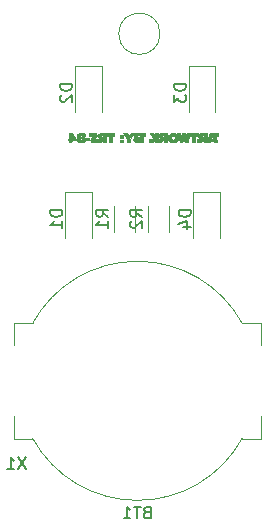
<source format=gbr>
G04 #@! TF.GenerationSoftware,KiCad,Pcbnew,(5.1.2)-1*
G04 #@! TF.CreationDate,2019-09-13T22:49:14-05:00*
G04 #@! TF.ProjectId,keanu-homeboy,6b65616e-752d-4686-9f6d-65626f792e6b,rev?*
G04 #@! TF.SameCoordinates,Original*
G04 #@! TF.FileFunction,Legend,Bot*
G04 #@! TF.FilePolarity,Positive*
%FSLAX46Y46*%
G04 Gerber Fmt 4.6, Leading zero omitted, Abs format (unit mm)*
G04 Created by KiCad (PCBNEW (5.1.2)-1) date 2019-09-13 22:49:14*
%MOMM*%
%LPD*%
G04 APERTURE LIST*
%ADD10C,0.120000*%
%ADD11C,0.010000*%
%ADD12C,0.150000*%
G04 APERTURE END LIST*
D10*
X-2905820Y27063700D02*
G75*
G03X-2905820Y27063700I-1750000J0D01*
G01*
D11*
G36*
X-9601200Y18649786D02*
G01*
X-9535241Y18649140D01*
X-9487698Y18646654D01*
X-9451600Y18641241D01*
X-9419974Y18631815D01*
X-9385848Y18617291D01*
X-9382459Y18615716D01*
X-9321242Y18579421D01*
X-9284081Y18539681D01*
X-9262043Y18481713D01*
X-9261143Y18420872D01*
X-9279709Y18363556D01*
X-9316066Y18316162D01*
X-9348437Y18293711D01*
X-9388897Y18272789D01*
X-9339474Y18245278D01*
X-9290018Y18204796D01*
X-9258538Y18151800D01*
X-9246582Y18092234D01*
X-9255697Y18032040D01*
X-9274175Y17994604D01*
X-9306699Y17959916D01*
X-9354744Y17926252D01*
X-9374446Y17915587D01*
X-9415652Y17897130D01*
X-9455335Y17885466D01*
X-9502512Y17878667D01*
X-9564946Y17874857D01*
X-9624711Y17873904D01*
X-9681531Y17875563D01*
X-9725974Y17879476D01*
X-9737507Y17881446D01*
X-9823345Y17908207D01*
X-9888185Y17947118D01*
X-9931303Y17997549D01*
X-9951974Y18058874D01*
X-9953039Y18068332D01*
X-9950412Y18106648D01*
X-9683536Y18106648D01*
X-9670974Y18068222D01*
X-9642493Y18039585D01*
X-9638415Y18037363D01*
X-9603649Y18023602D01*
X-9577136Y18026443D01*
X-9550243Y18044274D01*
X-9525846Y18077503D01*
X-9518159Y18118519D01*
X-9525240Y18160451D01*
X-9545147Y18196429D01*
X-9575937Y18219582D01*
X-9601200Y18224500D01*
X-9639012Y18213791D01*
X-9666225Y18186120D01*
X-9681510Y18148177D01*
X-9683536Y18106648D01*
X-9950412Y18106648D01*
X-9948330Y18136991D01*
X-9921567Y18193422D01*
X-9873312Y18236572D01*
X-9858950Y18244653D01*
X-9807429Y18271156D01*
X-9851346Y18294806D01*
X-9898567Y18333903D01*
X-9927190Y18388793D01*
X-9933882Y18435737D01*
X-9677180Y18435737D01*
X-9671295Y18396579D01*
X-9651647Y18364712D01*
X-9622501Y18344446D01*
X-9588120Y18340090D01*
X-9552770Y18355956D01*
X-9548226Y18359819D01*
X-9528685Y18392157D01*
X-9524117Y18433056D01*
X-9533984Y18472201D01*
X-9555406Y18497837D01*
X-9593036Y18510565D01*
X-9631478Y18505535D01*
X-9660753Y18484565D01*
X-9665035Y18477875D01*
X-9677180Y18435737D01*
X-9933882Y18435737D01*
X-9935568Y18447558D01*
X-9925345Y18510001D01*
X-9893630Y18561502D01*
X-9839116Y18603914D01*
X-9817200Y18615596D01*
X-9784207Y18630720D01*
X-9754372Y18640625D01*
X-9720890Y18646386D01*
X-9676958Y18649082D01*
X-9615771Y18649788D01*
X-9601200Y18649786D01*
X-9601200Y18649786D01*
G37*
X-9601200Y18649786D02*
X-9535241Y18649140D01*
X-9487698Y18646654D01*
X-9451600Y18641241D01*
X-9419974Y18631815D01*
X-9385848Y18617291D01*
X-9382459Y18615716D01*
X-9321242Y18579421D01*
X-9284081Y18539681D01*
X-9262043Y18481713D01*
X-9261143Y18420872D01*
X-9279709Y18363556D01*
X-9316066Y18316162D01*
X-9348437Y18293711D01*
X-9388897Y18272789D01*
X-9339474Y18245278D01*
X-9290018Y18204796D01*
X-9258538Y18151800D01*
X-9246582Y18092234D01*
X-9255697Y18032040D01*
X-9274175Y17994604D01*
X-9306699Y17959916D01*
X-9354744Y17926252D01*
X-9374446Y17915587D01*
X-9415652Y17897130D01*
X-9455335Y17885466D01*
X-9502512Y17878667D01*
X-9564946Y17874857D01*
X-9624711Y17873904D01*
X-9681531Y17875563D01*
X-9725974Y17879476D01*
X-9737507Y17881446D01*
X-9823345Y17908207D01*
X-9888185Y17947118D01*
X-9931303Y17997549D01*
X-9951974Y18058874D01*
X-9953039Y18068332D01*
X-9950412Y18106648D01*
X-9683536Y18106648D01*
X-9670974Y18068222D01*
X-9642493Y18039585D01*
X-9638415Y18037363D01*
X-9603649Y18023602D01*
X-9577136Y18026443D01*
X-9550243Y18044274D01*
X-9525846Y18077503D01*
X-9518159Y18118519D01*
X-9525240Y18160451D01*
X-9545147Y18196429D01*
X-9575937Y18219582D01*
X-9601200Y18224500D01*
X-9639012Y18213791D01*
X-9666225Y18186120D01*
X-9681510Y18148177D01*
X-9683536Y18106648D01*
X-9950412Y18106648D01*
X-9948330Y18136991D01*
X-9921567Y18193422D01*
X-9873312Y18236572D01*
X-9858950Y18244653D01*
X-9807429Y18271156D01*
X-9851346Y18294806D01*
X-9898567Y18333903D01*
X-9927190Y18388793D01*
X-9933882Y18435737D01*
X-9677180Y18435737D01*
X-9671295Y18396579D01*
X-9651647Y18364712D01*
X-9622501Y18344446D01*
X-9588120Y18340090D01*
X-9552770Y18355956D01*
X-9548226Y18359819D01*
X-9528685Y18392157D01*
X-9524117Y18433056D01*
X-9533984Y18472201D01*
X-9555406Y18497837D01*
X-9593036Y18510565D01*
X-9631478Y18505535D01*
X-9660753Y18484565D01*
X-9665035Y18477875D01*
X-9677180Y18435737D01*
X-9933882Y18435737D01*
X-9935568Y18447558D01*
X-9925345Y18510001D01*
X-9893630Y18561502D01*
X-9839116Y18603914D01*
X-9817200Y18615596D01*
X-9784207Y18630720D01*
X-9754372Y18640625D01*
X-9720890Y18646386D01*
X-9676958Y18649082D01*
X-9615771Y18649788D01*
X-9601200Y18649786D01*
G36*
X-1723458Y18637999D02*
G01*
X-1619299Y18617395D01*
X-1533992Y18579774D01*
X-1467524Y18525126D01*
X-1419883Y18453441D01*
X-1391058Y18364709D01*
X-1381037Y18258920D01*
X-1381063Y18247932D01*
X-1392459Y18146867D01*
X-1423866Y18059719D01*
X-1474369Y17987920D01*
X-1543053Y17932902D01*
X-1599683Y17905804D01*
X-1670514Y17886782D01*
X-1754763Y17875686D01*
X-1842355Y17872990D01*
X-1923215Y17879171D01*
X-1968193Y17888398D01*
X-2063286Y17924748D01*
X-2136856Y17974344D01*
X-2185545Y18031500D01*
X-2220355Y18096040D01*
X-2240013Y18160062D01*
X-2247505Y18234382D01*
X-2247820Y18256476D01*
X-1978952Y18256476D01*
X-1976046Y18212509D01*
X-1956752Y18152285D01*
X-1919910Y18107672D01*
X-1869375Y18080596D01*
X-1809000Y18072988D01*
X-1742639Y18086777D01*
X-1732686Y18090693D01*
X-1690270Y18121451D01*
X-1663284Y18171981D01*
X-1651597Y18242557D01*
X-1651048Y18265368D01*
X-1660817Y18335411D01*
X-1688967Y18388531D01*
X-1733928Y18423335D01*
X-1794130Y18438432D01*
X-1844230Y18436565D01*
X-1899889Y18417499D01*
X-1942151Y18378993D01*
X-1969134Y18324251D01*
X-1978952Y18256476D01*
X-2247820Y18256476D01*
X-2247830Y18257120D01*
X-2237624Y18360518D01*
X-2206889Y18449128D01*
X-2155752Y18522732D01*
X-2084339Y18581111D01*
X-2047708Y18601342D01*
X-2008567Y18618682D01*
X-1971264Y18629921D01*
X-1927591Y18636700D01*
X-1869339Y18640662D01*
X-1846480Y18641596D01*
X-1723458Y18637999D01*
X-1723458Y18637999D01*
G37*
X-1723458Y18637999D02*
X-1619299Y18617395D01*
X-1533992Y18579774D01*
X-1467524Y18525126D01*
X-1419883Y18453441D01*
X-1391058Y18364709D01*
X-1381037Y18258920D01*
X-1381063Y18247932D01*
X-1392459Y18146867D01*
X-1423866Y18059719D01*
X-1474369Y17987920D01*
X-1543053Y17932902D01*
X-1599683Y17905804D01*
X-1670514Y17886782D01*
X-1754763Y17875686D01*
X-1842355Y17872990D01*
X-1923215Y17879171D01*
X-1968193Y17888398D01*
X-2063286Y17924748D01*
X-2136856Y17974344D01*
X-2185545Y18031500D01*
X-2220355Y18096040D01*
X-2240013Y18160062D01*
X-2247505Y18234382D01*
X-2247820Y18256476D01*
X-1978952Y18256476D01*
X-1976046Y18212509D01*
X-1956752Y18152285D01*
X-1919910Y18107672D01*
X-1869375Y18080596D01*
X-1809000Y18072988D01*
X-1742639Y18086777D01*
X-1732686Y18090693D01*
X-1690270Y18121451D01*
X-1663284Y18171981D01*
X-1651597Y18242557D01*
X-1651048Y18265368D01*
X-1660817Y18335411D01*
X-1688967Y18388531D01*
X-1733928Y18423335D01*
X-1794130Y18438432D01*
X-1844230Y18436565D01*
X-1899889Y18417499D01*
X-1942151Y18378993D01*
X-1969134Y18324251D01*
X-1978952Y18256476D01*
X-2247820Y18256476D01*
X-2247830Y18257120D01*
X-2237624Y18360518D01*
X-2206889Y18449128D01*
X-2155752Y18522732D01*
X-2084339Y18581111D01*
X-2047708Y18601342D01*
X-2008567Y18618682D01*
X-1971264Y18629921D01*
X-1927591Y18636700D01*
X-1869339Y18640662D01*
X-1846480Y18641596D01*
X-1723458Y18637999D01*
G36*
X-10394950Y18642996D02*
G01*
X-10188575Y18413374D01*
X-9982200Y18183751D01*
X-9982200Y18034630D01*
X-10394950Y18027650D01*
X-10402568Y17881600D01*
X-10577833Y17881600D01*
X-10581642Y17954625D01*
X-10585450Y18027650D01*
X-10718800Y18035328D01*
X-10718800Y18186400D01*
X-10579100Y18186400D01*
X-10579100Y18287449D01*
X-10401056Y18287449D01*
X-10399864Y18244751D01*
X-10397200Y18211633D01*
X-10393031Y18195084D01*
X-10392834Y18194867D01*
X-10376846Y18190763D01*
X-10342474Y18187755D01*
X-10296731Y18186421D01*
X-10290175Y18186400D01*
X-10195982Y18186400D01*
X-10219266Y18217112D01*
X-10249005Y18254925D01*
X-10283673Y18296892D01*
X-10319228Y18338392D01*
X-10351629Y18374807D01*
X-10376833Y18401516D01*
X-10390797Y18413902D01*
X-10391775Y18414252D01*
X-10396135Y18403128D01*
X-10399158Y18373626D01*
X-10400809Y18332737D01*
X-10401056Y18287449D01*
X-10579100Y18287449D01*
X-10579100Y18643600D01*
X-10394950Y18642996D01*
X-10394950Y18642996D01*
G37*
X-10394950Y18642996D02*
X-10188575Y18413374D01*
X-9982200Y18183751D01*
X-9982200Y18034630D01*
X-10394950Y18027650D01*
X-10402568Y17881600D01*
X-10577833Y17881600D01*
X-10581642Y17954625D01*
X-10585450Y18027650D01*
X-10718800Y18035328D01*
X-10718800Y18186400D01*
X-10579100Y18186400D01*
X-10579100Y18287449D01*
X-10401056Y18287449D01*
X-10399864Y18244751D01*
X-10397200Y18211633D01*
X-10393031Y18195084D01*
X-10392834Y18194867D01*
X-10376846Y18190763D01*
X-10342474Y18187755D01*
X-10296731Y18186421D01*
X-10290175Y18186400D01*
X-10195982Y18186400D01*
X-10219266Y18217112D01*
X-10249005Y18254925D01*
X-10283673Y18296892D01*
X-10319228Y18338392D01*
X-10351629Y18374807D01*
X-10376833Y18401516D01*
X-10390797Y18413902D01*
X-10391775Y18414252D01*
X-10396135Y18403128D01*
X-10399158Y18373626D01*
X-10400809Y18332737D01*
X-10401056Y18287449D01*
X-10579100Y18287449D01*
X-10579100Y18643600D01*
X-10394950Y18642996D01*
G36*
X-8559789Y18643011D02*
G01*
X-8481515Y18640751D01*
X-8422025Y18636085D01*
X-8378018Y18628276D01*
X-8346194Y18616589D01*
X-8323255Y18600287D01*
X-8305898Y18578635D01*
X-8296658Y18562513D01*
X-8279630Y18507037D01*
X-8277894Y18442205D01*
X-8291317Y18378837D01*
X-8299174Y18359832D01*
X-8318414Y18328382D01*
X-8349867Y18286057D01*
X-8387984Y18240138D01*
X-8404453Y18221740D01*
X-8443501Y18177640D01*
X-8465871Y18148044D01*
X-8473415Y18130082D01*
X-8469115Y18121528D01*
X-8451075Y18117827D01*
X-8412321Y18114638D01*
X-8357539Y18112191D01*
X-8291415Y18110719D01*
X-8244336Y18110395D01*
X-8167169Y18110477D01*
X-8111339Y18111223D01*
X-8072782Y18113131D01*
X-8047436Y18116699D01*
X-8031236Y18122427D01*
X-8020121Y18130812D01*
X-8012984Y18138775D01*
X-7995701Y18161734D01*
X-7988723Y18175150D01*
X-7999213Y18183809D01*
X-8026359Y18197043D01*
X-8044859Y18204549D01*
X-8108921Y18240885D01*
X-8155319Y18291462D01*
X-8182906Y18351711D01*
X-8186586Y18383250D01*
X-7962900Y18383250D01*
X-7959791Y18352007D01*
X-7947640Y18331580D01*
X-7922211Y18319793D01*
X-7879269Y18314470D01*
X-7827011Y18313400D01*
X-7721600Y18313400D01*
X-7721600Y18453100D01*
X-7827011Y18453100D01*
X-7887794Y18451502D01*
X-7927533Y18445256D01*
X-7950464Y18432185D01*
X-7960820Y18410113D01*
X-7962900Y18383250D01*
X-8186586Y18383250D01*
X-8190532Y18417064D01*
X-8177049Y18482951D01*
X-8141311Y18544805D01*
X-8132847Y18554692D01*
X-8114879Y18574098D01*
X-8097458Y18590452D01*
X-8078346Y18604016D01*
X-8055304Y18615050D01*
X-8026092Y18623816D01*
X-7988473Y18630575D01*
X-7940206Y18635588D01*
X-7879053Y18639114D01*
X-7802775Y18641417D01*
X-7709133Y18642756D01*
X-7595888Y18643392D01*
X-7460801Y18643587D01*
X-7370088Y18643600D01*
X-6769100Y18643600D01*
X-6769100Y18415000D01*
X-7010400Y18415000D01*
X-7010400Y17881600D01*
X-7251700Y17881600D01*
X-7251700Y18415000D01*
X-7442200Y18415000D01*
X-7442200Y17881600D01*
X-7721600Y17881600D01*
X-7721600Y18128774D01*
X-7845653Y18005187D01*
X-7969705Y17881600D01*
X-8312378Y17881879D01*
X-8416263Y17882108D01*
X-8498036Y17882740D01*
X-8560981Y17883977D01*
X-8608386Y17886023D01*
X-8643535Y17889080D01*
X-8669716Y17893350D01*
X-8690214Y17899036D01*
X-8708183Y17906281D01*
X-8759214Y17941137D01*
X-8789881Y17990614D01*
X-8800786Y18055727D01*
X-8800822Y18061945D01*
X-8791090Y18127920D01*
X-8761517Y18194817D01*
X-8710519Y18265680D01*
X-8673097Y18307098D01*
X-8639354Y18344578D01*
X-8615030Y18376168D01*
X-8603701Y18396997D01*
X-8603756Y18401500D01*
X-8620158Y18407587D01*
X-8658913Y18412011D01*
X-8717013Y18414518D01*
X-8763750Y18415000D01*
X-8915400Y18415000D01*
X-8915400Y18643600D01*
X-8660145Y18643600D01*
X-8559789Y18643011D01*
X-8559789Y18643011D01*
G37*
X-8559789Y18643011D02*
X-8481515Y18640751D01*
X-8422025Y18636085D01*
X-8378018Y18628276D01*
X-8346194Y18616589D01*
X-8323255Y18600287D01*
X-8305898Y18578635D01*
X-8296658Y18562513D01*
X-8279630Y18507037D01*
X-8277894Y18442205D01*
X-8291317Y18378837D01*
X-8299174Y18359832D01*
X-8318414Y18328382D01*
X-8349867Y18286057D01*
X-8387984Y18240138D01*
X-8404453Y18221740D01*
X-8443501Y18177640D01*
X-8465871Y18148044D01*
X-8473415Y18130082D01*
X-8469115Y18121528D01*
X-8451075Y18117827D01*
X-8412321Y18114638D01*
X-8357539Y18112191D01*
X-8291415Y18110719D01*
X-8244336Y18110395D01*
X-8167169Y18110477D01*
X-8111339Y18111223D01*
X-8072782Y18113131D01*
X-8047436Y18116699D01*
X-8031236Y18122427D01*
X-8020121Y18130812D01*
X-8012984Y18138775D01*
X-7995701Y18161734D01*
X-7988723Y18175150D01*
X-7999213Y18183809D01*
X-8026359Y18197043D01*
X-8044859Y18204549D01*
X-8108921Y18240885D01*
X-8155319Y18291462D01*
X-8182906Y18351711D01*
X-8186586Y18383250D01*
X-7962900Y18383250D01*
X-7959791Y18352007D01*
X-7947640Y18331580D01*
X-7922211Y18319793D01*
X-7879269Y18314470D01*
X-7827011Y18313400D01*
X-7721600Y18313400D01*
X-7721600Y18453100D01*
X-7827011Y18453100D01*
X-7887794Y18451502D01*
X-7927533Y18445256D01*
X-7950464Y18432185D01*
X-7960820Y18410113D01*
X-7962900Y18383250D01*
X-8186586Y18383250D01*
X-8190532Y18417064D01*
X-8177049Y18482951D01*
X-8141311Y18544805D01*
X-8132847Y18554692D01*
X-8114879Y18574098D01*
X-8097458Y18590452D01*
X-8078346Y18604016D01*
X-8055304Y18615050D01*
X-8026092Y18623816D01*
X-7988473Y18630575D01*
X-7940206Y18635588D01*
X-7879053Y18639114D01*
X-7802775Y18641417D01*
X-7709133Y18642756D01*
X-7595888Y18643392D01*
X-7460801Y18643587D01*
X-7370088Y18643600D01*
X-6769100Y18643600D01*
X-6769100Y18415000D01*
X-7010400Y18415000D01*
X-7010400Y17881600D01*
X-7251700Y17881600D01*
X-7251700Y18415000D01*
X-7442200Y18415000D01*
X-7442200Y17881600D01*
X-7721600Y17881600D01*
X-7721600Y18128774D01*
X-7845653Y18005187D01*
X-7969705Y17881600D01*
X-8312378Y17881879D01*
X-8416263Y17882108D01*
X-8498036Y17882740D01*
X-8560981Y17883977D01*
X-8608386Y17886023D01*
X-8643535Y17889080D01*
X-8669716Y17893350D01*
X-8690214Y17899036D01*
X-8708183Y17906281D01*
X-8759214Y17941137D01*
X-8789881Y17990614D01*
X-8800786Y18055727D01*
X-8800822Y18061945D01*
X-8791090Y18127920D01*
X-8761517Y18194817D01*
X-8710519Y18265680D01*
X-8673097Y18307098D01*
X-8639354Y18344578D01*
X-8615030Y18376168D01*
X-8603701Y18396997D01*
X-8603756Y18401500D01*
X-8620158Y18407587D01*
X-8658913Y18412011D01*
X-8717013Y18414518D01*
X-8763750Y18415000D01*
X-8915400Y18415000D01*
X-8915400Y18643600D01*
X-8660145Y18643600D01*
X-8559789Y18643011D01*
G36*
X-6032500Y17881600D02*
G01*
X-6261100Y17881600D01*
X-6261100Y18097500D01*
X-6032500Y18097500D01*
X-6032500Y17881600D01*
X-6032500Y17881600D01*
G37*
X-6032500Y17881600D02*
X-6261100Y17881600D01*
X-6261100Y18097500D01*
X-6032500Y18097500D01*
X-6032500Y17881600D01*
G36*
X-5638800Y18529300D02*
G01*
X-5607279Y18482985D01*
X-5581171Y18445682D01*
X-5563539Y18421701D01*
X-5557557Y18415000D01*
X-5549266Y18424941D01*
X-5530222Y18451852D01*
X-5503450Y18491365D01*
X-5478510Y18529101D01*
X-5403850Y18643202D01*
X-5253761Y18643401D01*
X-5103671Y18643600D01*
X-5127884Y18608675D01*
X-5142565Y18587468D01*
X-5168979Y18549279D01*
X-5204419Y18498023D01*
X-5246179Y18437616D01*
X-5291552Y18371971D01*
X-5293849Y18368647D01*
X-5435600Y18163543D01*
X-5435600Y17881600D01*
X-5689600Y17881600D01*
X-5689600Y18169605D01*
X-5848350Y18399293D01*
X-5894588Y18466510D01*
X-5935524Y18526629D01*
X-5969082Y18576550D01*
X-5993185Y18613173D01*
X-6005757Y18633397D01*
X-6007100Y18636291D01*
X-5995238Y18639172D01*
X-5962996Y18641518D01*
X-5915393Y18643077D01*
X-5861378Y18643600D01*
X-5715656Y18643600D01*
X-5638800Y18529300D01*
X-5638800Y18529300D01*
G37*
X-5638800Y18529300D02*
X-5607279Y18482985D01*
X-5581171Y18445682D01*
X-5563539Y18421701D01*
X-5557557Y18415000D01*
X-5549266Y18424941D01*
X-5530222Y18451852D01*
X-5503450Y18491365D01*
X-5478510Y18529101D01*
X-5403850Y18643202D01*
X-5253761Y18643401D01*
X-5103671Y18643600D01*
X-5127884Y18608675D01*
X-5142565Y18587468D01*
X-5168979Y18549279D01*
X-5204419Y18498023D01*
X-5246179Y18437616D01*
X-5291552Y18371971D01*
X-5293849Y18368647D01*
X-5435600Y18163543D01*
X-5435600Y17881600D01*
X-5689600Y17881600D01*
X-5689600Y18169605D01*
X-5848350Y18399293D01*
X-5894588Y18466510D01*
X-5935524Y18526629D01*
X-5969082Y18576550D01*
X-5993185Y18613173D01*
X-6005757Y18633397D01*
X-6007100Y18636291D01*
X-5995238Y18639172D01*
X-5962996Y18641518D01*
X-5915393Y18643077D01*
X-5861378Y18643600D01*
X-5715656Y18643600D01*
X-5638800Y18529300D01*
G36*
X-4191000Y18415000D02*
G01*
X-4343400Y18415000D01*
X-4343400Y17881600D01*
X-4645025Y17883074D01*
X-4731318Y17883713D01*
X-4810146Y17884709D01*
X-4877619Y17885979D01*
X-4929845Y17887441D01*
X-4962933Y17889013D01*
X-4972050Y17889990D01*
X-5050665Y17913998D01*
X-5107358Y17948502D01*
X-5144043Y17995216D01*
X-5162633Y18055855D01*
X-5163413Y18061494D01*
X-5161348Y18111449D01*
X-4889500Y18111449D01*
X-4878689Y18083427D01*
X-4851634Y18056744D01*
X-4826000Y18043010D01*
X-4804665Y18039521D01*
X-4765716Y18036712D01*
X-4716941Y18035113D01*
X-4708525Y18035003D01*
X-4610100Y18034000D01*
X-4610100Y18173700D01*
X-4721575Y18173700D01*
X-4795998Y18170378D01*
X-4847602Y18159976D01*
X-4878141Y18141846D01*
X-4889368Y18115337D01*
X-4889500Y18111449D01*
X-5161348Y18111449D01*
X-5160821Y18124189D01*
X-5135331Y18177337D01*
X-5086322Y18221974D01*
X-5057155Y18239181D01*
X-4992773Y18272912D01*
X-5030294Y18288453D01*
X-5082066Y18321682D01*
X-5115506Y18367691D01*
X-5127152Y18409277D01*
X-4836615Y18409277D01*
X-4834638Y18377654D01*
X-4818143Y18356509D01*
X-4784051Y18344219D01*
X-4729283Y18339163D01*
X-4702923Y18338800D01*
X-4610100Y18338800D01*
X-4610100Y18454089D01*
X-4721225Y18450420D01*
X-4832350Y18446750D01*
X-4836615Y18409277D01*
X-5127152Y18409277D01*
X-5130632Y18421699D01*
X-5127460Y18478922D01*
X-5106007Y18534577D01*
X-5066290Y18583881D01*
X-5029157Y18611164D01*
X-5015409Y18618494D01*
X-4999887Y18624358D01*
X-4979659Y18628957D01*
X-4951795Y18632491D01*
X-4913364Y18635159D01*
X-4861435Y18637160D01*
X-4793078Y18638696D01*
X-4705361Y18639965D01*
X-4595353Y18641167D01*
X-4587875Y18641242D01*
X-4191000Y18645234D01*
X-4191000Y18415000D01*
X-4191000Y18415000D01*
G37*
X-4191000Y18415000D02*
X-4343400Y18415000D01*
X-4343400Y17881600D01*
X-4645025Y17883074D01*
X-4731318Y17883713D01*
X-4810146Y17884709D01*
X-4877619Y17885979D01*
X-4929845Y17887441D01*
X-4962933Y17889013D01*
X-4972050Y17889990D01*
X-5050665Y17913998D01*
X-5107358Y17948502D01*
X-5144043Y17995216D01*
X-5162633Y18055855D01*
X-5163413Y18061494D01*
X-5161348Y18111449D01*
X-4889500Y18111449D01*
X-4878689Y18083427D01*
X-4851634Y18056744D01*
X-4826000Y18043010D01*
X-4804665Y18039521D01*
X-4765716Y18036712D01*
X-4716941Y18035113D01*
X-4708525Y18035003D01*
X-4610100Y18034000D01*
X-4610100Y18173700D01*
X-4721575Y18173700D01*
X-4795998Y18170378D01*
X-4847602Y18159976D01*
X-4878141Y18141846D01*
X-4889368Y18115337D01*
X-4889500Y18111449D01*
X-5161348Y18111449D01*
X-5160821Y18124189D01*
X-5135331Y18177337D01*
X-5086322Y18221974D01*
X-5057155Y18239181D01*
X-4992773Y18272912D01*
X-5030294Y18288453D01*
X-5082066Y18321682D01*
X-5115506Y18367691D01*
X-5127152Y18409277D01*
X-4836615Y18409277D01*
X-4834638Y18377654D01*
X-4818143Y18356509D01*
X-4784051Y18344219D01*
X-4729283Y18339163D01*
X-4702923Y18338800D01*
X-4610100Y18338800D01*
X-4610100Y18454089D01*
X-4721225Y18450420D01*
X-4832350Y18446750D01*
X-4836615Y18409277D01*
X-5127152Y18409277D01*
X-5130632Y18421699D01*
X-5127460Y18478922D01*
X-5106007Y18534577D01*
X-5066290Y18583881D01*
X-5029157Y18611164D01*
X-5015409Y18618494D01*
X-4999887Y18624358D01*
X-4979659Y18628957D01*
X-4951795Y18632491D01*
X-4913364Y18635159D01*
X-4861435Y18637160D01*
X-4793078Y18638696D01*
X-4705361Y18639965D01*
X-4595353Y18641167D01*
X-4587875Y18641242D01*
X-4191000Y18645234D01*
X-4191000Y18415000D01*
G36*
X-3098800Y18110200D02*
G01*
X-2985365Y18110200D01*
X-2931016Y18110601D01*
X-2896005Y18112835D01*
X-2874274Y18118453D01*
X-2859762Y18129004D01*
X-2846669Y18145676D01*
X-2821408Y18181152D01*
X-2882921Y18202999D01*
X-2947778Y18238227D01*
X-2994988Y18289473D01*
X-3022255Y18352771D01*
X-3024725Y18387858D01*
X-2806700Y18387858D01*
X-2803430Y18354304D01*
X-2790799Y18332443D01*
X-2764579Y18319920D01*
X-2720541Y18314384D01*
X-2672904Y18313400D01*
X-2565400Y18313400D01*
X-2565400Y18453100D01*
X-2666093Y18453100D01*
X-2730326Y18450284D01*
X-2772943Y18440824D01*
X-2797208Y18423207D01*
X-2806382Y18395921D01*
X-2806700Y18387858D01*
X-3024725Y18387858D01*
X-3027282Y18424154D01*
X-3024072Y18446750D01*
X-3007659Y18505836D01*
X-2981494Y18549402D01*
X-2943055Y18584687D01*
X-2914921Y18603404D01*
X-2883899Y18617782D01*
X-2846314Y18628362D01*
X-2798492Y18635684D01*
X-2736756Y18640291D01*
X-2657433Y18642722D01*
X-2556847Y18643518D01*
X-2543175Y18643530D01*
X-2286000Y18643600D01*
X-2286000Y17881600D01*
X-2565400Y17881600D01*
X-2566035Y18005425D01*
X-2566669Y18129250D01*
X-2801505Y17881600D01*
X-3351812Y17881600D01*
X-3359150Y18101938D01*
X-3451862Y17991769D01*
X-3544573Y17881600D01*
X-3848100Y17881600D01*
X-3848100Y18110200D01*
X-3613150Y18110408D01*
X-3551853Y18187278D01*
X-3490555Y18264147D01*
X-3601659Y18412599D01*
X-3644132Y18469333D01*
X-3683783Y18522265D01*
X-3716855Y18566385D01*
X-3739594Y18596682D01*
X-3743839Y18602325D01*
X-3774915Y18643600D01*
X-3649583Y18643423D01*
X-3524250Y18643246D01*
X-3438525Y18520081D01*
X-3352800Y18396917D01*
X-3352800Y18643600D01*
X-3098800Y18643600D01*
X-3098800Y18110200D01*
X-3098800Y18110200D01*
G37*
X-3098800Y18110200D02*
X-2985365Y18110200D01*
X-2931016Y18110601D01*
X-2896005Y18112835D01*
X-2874274Y18118453D01*
X-2859762Y18129004D01*
X-2846669Y18145676D01*
X-2821408Y18181152D01*
X-2882921Y18202999D01*
X-2947778Y18238227D01*
X-2994988Y18289473D01*
X-3022255Y18352771D01*
X-3024725Y18387858D01*
X-2806700Y18387858D01*
X-2803430Y18354304D01*
X-2790799Y18332443D01*
X-2764579Y18319920D01*
X-2720541Y18314384D01*
X-2672904Y18313400D01*
X-2565400Y18313400D01*
X-2565400Y18453100D01*
X-2666093Y18453100D01*
X-2730326Y18450284D01*
X-2772943Y18440824D01*
X-2797208Y18423207D01*
X-2806382Y18395921D01*
X-2806700Y18387858D01*
X-3024725Y18387858D01*
X-3027282Y18424154D01*
X-3024072Y18446750D01*
X-3007659Y18505836D01*
X-2981494Y18549402D01*
X-2943055Y18584687D01*
X-2914921Y18603404D01*
X-2883899Y18617782D01*
X-2846314Y18628362D01*
X-2798492Y18635684D01*
X-2736756Y18640291D01*
X-2657433Y18642722D01*
X-2556847Y18643518D01*
X-2543175Y18643530D01*
X-2286000Y18643600D01*
X-2286000Y17881600D01*
X-2565400Y17881600D01*
X-2566035Y18005425D01*
X-2566669Y18129250D01*
X-2801505Y17881600D01*
X-3351812Y17881600D01*
X-3359150Y18101938D01*
X-3451862Y17991769D01*
X-3544573Y17881600D01*
X-3848100Y17881600D01*
X-3848100Y18110200D01*
X-3613150Y18110408D01*
X-3551853Y18187278D01*
X-3490555Y18264147D01*
X-3601659Y18412599D01*
X-3644132Y18469333D01*
X-3683783Y18522265D01*
X-3716855Y18566385D01*
X-3739594Y18596682D01*
X-3743839Y18602325D01*
X-3774915Y18643600D01*
X-3649583Y18643423D01*
X-3524250Y18643246D01*
X-3438525Y18520081D01*
X-3352800Y18396917D01*
X-3352800Y18643600D01*
X-3098800Y18643600D01*
X-3098800Y18110200D01*
G36*
X-748466Y18485493D02*
G01*
X-732055Y18427193D01*
X-717321Y18379952D01*
X-705695Y18348002D01*
X-698608Y18335574D01*
X-697850Y18335816D01*
X-691188Y18350923D01*
X-678796Y18385278D01*
X-662418Y18433850D01*
X-643796Y18491611D01*
X-642924Y18494375D01*
X-595885Y18643600D01*
X304800Y18643600D01*
X304800Y18415000D01*
X63500Y18415000D01*
X63500Y17881600D01*
X-190500Y17881600D01*
X-190500Y18415000D01*
X-417689Y18415000D01*
X-461839Y18272125D01*
X-484296Y18199231D01*
X-508696Y18119674D01*
X-531389Y18045375D01*
X-542567Y18008600D01*
X-579146Y17887950D01*
X-830445Y17887950D01*
X-869576Y18045197D01*
X-908708Y18202444D01*
X-929762Y18134097D01*
X-944588Y18085553D01*
X-962541Y18026192D01*
X-978295Y17973675D01*
X-1005774Y17881600D01*
X-1254132Y17881600D01*
X-1444702Y18643600D01*
X-1196350Y18643600D01*
X-1176219Y18551525D01*
X-1163546Y18493248D01*
X-1150574Y18433104D01*
X-1141279Y18389600D01*
X-1126468Y18319750D01*
X-1073376Y18478500D01*
X-1020283Y18637250D01*
X-905738Y18640877D01*
X-791194Y18644503D01*
X-748466Y18485493D01*
X-748466Y18485493D01*
G37*
X-748466Y18485493D02*
X-732055Y18427193D01*
X-717321Y18379952D01*
X-705695Y18348002D01*
X-698608Y18335574D01*
X-697850Y18335816D01*
X-691188Y18350923D01*
X-678796Y18385278D01*
X-662418Y18433850D01*
X-643796Y18491611D01*
X-642924Y18494375D01*
X-595885Y18643600D01*
X304800Y18643600D01*
X304800Y18415000D01*
X63500Y18415000D01*
X63500Y17881600D01*
X-190500Y17881600D01*
X-190500Y18415000D01*
X-417689Y18415000D01*
X-461839Y18272125D01*
X-484296Y18199231D01*
X-508696Y18119674D01*
X-531389Y18045375D01*
X-542567Y18008600D01*
X-579146Y17887950D01*
X-830445Y17887950D01*
X-869576Y18045197D01*
X-908708Y18202444D01*
X-929762Y18134097D01*
X-944588Y18085553D01*
X-962541Y18026192D01*
X-978295Y17973675D01*
X-1005774Y17881600D01*
X-1254132Y17881600D01*
X-1444702Y18643600D01*
X-1196350Y18643600D01*
X-1176219Y18551525D01*
X-1163546Y18493248D01*
X-1150574Y18433104D01*
X-1141279Y18389600D01*
X-1126468Y18319750D01*
X-1073376Y18478500D01*
X-1020283Y18637250D01*
X-905738Y18640877D01*
X-791194Y18644503D01*
X-748466Y18485493D01*
G36*
X1082475Y18285697D02*
G01*
X1085850Y17926050D01*
X1172204Y18183202D01*
X1422400Y18183202D01*
X1434094Y18178785D01*
X1465168Y18175462D01*
X1509605Y18173794D01*
X1523794Y18173700D01*
X1625189Y18173700D01*
X1574604Y18315508D01*
X1554476Y18371207D01*
X1537256Y18417511D01*
X1524793Y18449535D01*
X1518975Y18462358D01*
X1513619Y18453003D01*
X1502441Y18425116D01*
X1487395Y18384342D01*
X1470436Y18336330D01*
X1453517Y18286728D01*
X1438591Y18241182D01*
X1427613Y18205339D01*
X1422536Y18184849D01*
X1422400Y18183202D01*
X1172204Y18183202D01*
X1326810Y18643600D01*
X1968500Y18643600D01*
X1968500Y18415000D01*
X1879600Y18415000D01*
X1828599Y18413408D01*
X1799930Y18408277D01*
X1790706Y18399082D01*
X1790700Y18398759D01*
X1794577Y18382250D01*
X1805402Y18345560D01*
X1821958Y18292559D01*
X1843031Y18227121D01*
X1867407Y18153118D01*
X1873250Y18135600D01*
X1898081Y18061160D01*
X1919923Y17995371D01*
X1937577Y17941859D01*
X1949850Y17904255D01*
X1955544Y17886185D01*
X1955800Y17885142D01*
X1943961Y17883708D01*
X1911893Y17882552D01*
X1864764Y17881809D01*
X1818419Y17881600D01*
X1681038Y17881600D01*
X1637002Y18021300D01*
X1413101Y18021300D01*
X1362449Y17887950D01*
X1087624Y17884528D01*
X812800Y17881105D01*
X812800Y18002003D01*
X812234Y18053906D01*
X810716Y18094655D01*
X808507Y18118739D01*
X807001Y18122900D01*
X796524Y18114289D01*
X771928Y18090712D01*
X736655Y18055558D01*
X694145Y18012216D01*
X684484Y18002250D01*
X567767Y17881600D01*
X266700Y17881600D01*
X266700Y18110200D01*
X378786Y18110200D01*
X433594Y18110791D01*
X469418Y18113518D01*
X492664Y18119812D01*
X509738Y18131104D01*
X520652Y18141900D01*
X539117Y18163960D01*
X545513Y18176669D01*
X545091Y18177327D01*
X531526Y18184184D01*
X501902Y18198101D01*
X472053Y18211777D01*
X410765Y18247859D01*
X371204Y18292638D01*
X350041Y18350656D01*
X345734Y18382353D01*
X572004Y18382353D01*
X574061Y18349072D01*
X582325Y18325922D01*
X587375Y18321811D01*
X606863Y18318716D01*
X644575Y18316167D01*
X693335Y18314604D01*
X708025Y18314403D01*
X812800Y18313400D01*
X812800Y18453100D01*
X707389Y18453100D01*
X648517Y18451183D01*
X606775Y18445783D01*
X586739Y18437861D01*
X576211Y18415403D01*
X572004Y18382353D01*
X345734Y18382353D01*
X345444Y18384486D01*
X350167Y18462032D01*
X377403Y18528695D01*
X426256Y18582697D01*
X455244Y18602505D01*
X474967Y18613780D01*
X493212Y18622356D01*
X513742Y18628661D01*
X540323Y18633123D01*
X576716Y18636170D01*
X626688Y18638228D01*
X694001Y18639726D01*
X782420Y18641091D01*
X796725Y18641297D01*
X1079101Y18645343D01*
X1082475Y18285697D01*
X1082475Y18285697D01*
G37*
X1082475Y18285697D02*
X1085850Y17926050D01*
X1172204Y18183202D01*
X1422400Y18183202D01*
X1434094Y18178785D01*
X1465168Y18175462D01*
X1509605Y18173794D01*
X1523794Y18173700D01*
X1625189Y18173700D01*
X1574604Y18315508D01*
X1554476Y18371207D01*
X1537256Y18417511D01*
X1524793Y18449535D01*
X1518975Y18462358D01*
X1513619Y18453003D01*
X1502441Y18425116D01*
X1487395Y18384342D01*
X1470436Y18336330D01*
X1453517Y18286728D01*
X1438591Y18241182D01*
X1427613Y18205339D01*
X1422536Y18184849D01*
X1422400Y18183202D01*
X1172204Y18183202D01*
X1326810Y18643600D01*
X1968500Y18643600D01*
X1968500Y18415000D01*
X1879600Y18415000D01*
X1828599Y18413408D01*
X1799930Y18408277D01*
X1790706Y18399082D01*
X1790700Y18398759D01*
X1794577Y18382250D01*
X1805402Y18345560D01*
X1821958Y18292559D01*
X1843031Y18227121D01*
X1867407Y18153118D01*
X1873250Y18135600D01*
X1898081Y18061160D01*
X1919923Y17995371D01*
X1937577Y17941859D01*
X1949850Y17904255D01*
X1955544Y17886185D01*
X1955800Y17885142D01*
X1943961Y17883708D01*
X1911893Y17882552D01*
X1864764Y17881809D01*
X1818419Y17881600D01*
X1681038Y17881600D01*
X1637002Y18021300D01*
X1413101Y18021300D01*
X1362449Y17887950D01*
X1087624Y17884528D01*
X812800Y17881105D01*
X812800Y18002003D01*
X812234Y18053906D01*
X810716Y18094655D01*
X808507Y18118739D01*
X807001Y18122900D01*
X796524Y18114289D01*
X771928Y18090712D01*
X736655Y18055558D01*
X694145Y18012216D01*
X684484Y18002250D01*
X567767Y17881600D01*
X266700Y17881600D01*
X266700Y18110200D01*
X378786Y18110200D01*
X433594Y18110791D01*
X469418Y18113518D01*
X492664Y18119812D01*
X509738Y18131104D01*
X520652Y18141900D01*
X539117Y18163960D01*
X545513Y18176669D01*
X545091Y18177327D01*
X531526Y18184184D01*
X501902Y18198101D01*
X472053Y18211777D01*
X410765Y18247859D01*
X371204Y18292638D01*
X350041Y18350656D01*
X345734Y18382353D01*
X572004Y18382353D01*
X574061Y18349072D01*
X582325Y18325922D01*
X587375Y18321811D01*
X606863Y18318716D01*
X644575Y18316167D01*
X693335Y18314604D01*
X708025Y18314403D01*
X812800Y18313400D01*
X812800Y18453100D01*
X707389Y18453100D01*
X648517Y18451183D01*
X606775Y18445783D01*
X586739Y18437861D01*
X576211Y18415403D01*
X572004Y18382353D01*
X345734Y18382353D01*
X345444Y18384486D01*
X350167Y18462032D01*
X377403Y18528695D01*
X426256Y18582697D01*
X455244Y18602505D01*
X474967Y18613780D01*
X493212Y18622356D01*
X513742Y18628661D01*
X540323Y18633123D01*
X576716Y18636170D01*
X626688Y18638228D01*
X694001Y18639726D01*
X782420Y18641091D01*
X796725Y18641297D01*
X1079101Y18645343D01*
X1082475Y18285697D01*
G36*
X-8877300Y18084800D02*
G01*
X-9182100Y18084800D01*
X-9182100Y18275300D01*
X-8877300Y18275300D01*
X-8877300Y18084800D01*
X-8877300Y18084800D01*
G37*
X-8877300Y18084800D02*
X-9182100Y18084800D01*
X-9182100Y18275300D01*
X-8877300Y18275300D01*
X-8877300Y18084800D01*
G36*
X-6032500Y18237200D02*
G01*
X-6261100Y18237200D01*
X-6261100Y18453100D01*
X-6032500Y18453100D01*
X-6032500Y18237200D01*
X-6032500Y18237200D01*
G37*
X-6032500Y18237200D02*
X-6261100Y18237200D01*
X-6261100Y18453100D01*
X-6032500Y18453100D01*
X-6032500Y18237200D01*
D10*
X-15290619Y-7207908D02*
X-13683529Y-7207908D01*
X-15290619Y-5322908D02*
X-15290619Y-7207908D01*
X5649381Y-5322908D02*
X5649381Y-7207908D01*
X-15290619Y677092D02*
X-15290619Y2562092D01*
X5649381Y677092D02*
X5649381Y2562092D01*
X5649381Y-7207908D02*
X4042291Y-7207908D01*
X-15290619Y2562092D02*
X-13683529Y2562092D01*
X5649381Y2562092D02*
X4042291Y2562092D01*
X-13683529Y-7207908D02*
G75*
G03X4042291Y-7207908I8862910J4885000D01*
G01*
X4044402Y2558260D02*
G75*
G03X-13683529Y2562092I-8865021J-4881168D01*
G01*
X-10959720Y9781740D02*
X-10959720Y13666740D01*
X-10959720Y13666740D02*
X-8689720Y13666740D01*
X-8689720Y13666740D02*
X-8689720Y9781740D01*
X-7851520Y24352980D02*
X-7851520Y20467980D01*
X-10121520Y24352980D02*
X-7851520Y24352980D01*
X-10121520Y20467980D02*
X-10121520Y24352980D01*
X-494920Y20467980D02*
X-494920Y24352980D01*
X-494920Y24352980D02*
X1775080Y24352980D01*
X1775080Y24352980D02*
X1775080Y20467980D01*
X2181480Y13666740D02*
X2181480Y9781740D01*
X-88520Y13666740D02*
X2181480Y13666740D01*
X-88520Y9781740D02*
X-88520Y13666740D01*
X-6802800Y12512992D02*
X-6802800Y10290488D01*
X-4982800Y12512992D02*
X-4982800Y10290488D01*
X-2117680Y12512992D02*
X-2117680Y10290488D01*
X-3937680Y12512992D02*
X-3937680Y10290488D01*
D12*
X-14266956Y-8804980D02*
X-14933622Y-9804980D01*
X-14933622Y-8804980D02*
X-14266956Y-9804980D01*
X-15838384Y-9804980D02*
X-15266956Y-9804980D01*
X-15552670Y-9804980D02*
X-15552670Y-8804980D01*
X-15457432Y-8947838D01*
X-15362194Y-9043076D01*
X-15266956Y-9090695D01*
X-4034904Y-13451479D02*
X-4177761Y-13499098D01*
X-4225380Y-13546717D01*
X-4272999Y-13641955D01*
X-4272999Y-13784812D01*
X-4225380Y-13880050D01*
X-4177761Y-13927669D01*
X-4082523Y-13975288D01*
X-3701571Y-13975288D01*
X-3701571Y-12975288D01*
X-4034904Y-12975288D01*
X-4130142Y-13022908D01*
X-4177761Y-13070527D01*
X-4225380Y-13165765D01*
X-4225380Y-13261003D01*
X-4177761Y-13356241D01*
X-4130142Y-13403860D01*
X-4034904Y-13451479D01*
X-3701571Y-13451479D01*
X-4558714Y-12975288D02*
X-5130142Y-12975288D01*
X-4844428Y-13975288D02*
X-4844428Y-12975288D01*
X-5987285Y-13975288D02*
X-5415857Y-13975288D01*
X-5701571Y-13975288D02*
X-5701571Y-12975288D01*
X-5606333Y-13118146D01*
X-5511095Y-13213384D01*
X-5415857Y-13261003D01*
X-11192339Y12119835D02*
X-12192339Y12119835D01*
X-12192339Y11881740D01*
X-12144720Y11738882D01*
X-12049481Y11643644D01*
X-11954243Y11596025D01*
X-11763767Y11548406D01*
X-11620910Y11548406D01*
X-11430434Y11596025D01*
X-11335196Y11643644D01*
X-11239958Y11738882D01*
X-11192339Y11881740D01*
X-11192339Y12119835D01*
X-11192339Y10596025D02*
X-11192339Y11167454D01*
X-11192339Y10881740D02*
X-12192339Y10881740D01*
X-12049481Y10976978D01*
X-11954243Y11072216D01*
X-11906624Y11167454D01*
X-10354139Y22806075D02*
X-11354139Y22806075D01*
X-11354139Y22567980D01*
X-11306520Y22425122D01*
X-11211281Y22329884D01*
X-11116043Y22282265D01*
X-10925567Y22234646D01*
X-10782710Y22234646D01*
X-10592234Y22282265D01*
X-10496996Y22329884D01*
X-10401758Y22425122D01*
X-10354139Y22567980D01*
X-10354139Y22806075D01*
X-11258900Y21853694D02*
X-11306520Y21806075D01*
X-11354139Y21710837D01*
X-11354139Y21472741D01*
X-11306520Y21377503D01*
X-11258900Y21329884D01*
X-11163662Y21282265D01*
X-11068424Y21282265D01*
X-10925567Y21329884D01*
X-10354139Y21901313D01*
X-10354139Y21282265D01*
X-727539Y22806075D02*
X-1727539Y22806075D01*
X-1727539Y22567980D01*
X-1679920Y22425122D01*
X-1584681Y22329884D01*
X-1489443Y22282265D01*
X-1298967Y22234646D01*
X-1156110Y22234646D01*
X-965634Y22282265D01*
X-870396Y22329884D01*
X-775158Y22425122D01*
X-727539Y22567980D01*
X-727539Y22806075D01*
X-1727539Y21901313D02*
X-1727539Y21282265D01*
X-1346586Y21615599D01*
X-1346586Y21472741D01*
X-1298967Y21377503D01*
X-1251348Y21329884D01*
X-1156110Y21282265D01*
X-918015Y21282265D01*
X-822777Y21329884D01*
X-775158Y21377503D01*
X-727539Y21472741D01*
X-727539Y21758456D01*
X-775158Y21853694D01*
X-822777Y21901313D01*
X-321139Y12119835D02*
X-1321139Y12119835D01*
X-1321139Y11881740D01*
X-1273520Y11738882D01*
X-1178281Y11643644D01*
X-1083043Y11596025D01*
X-892567Y11548406D01*
X-749710Y11548406D01*
X-559234Y11596025D01*
X-463996Y11643644D01*
X-368758Y11738882D01*
X-321139Y11881740D01*
X-321139Y12119835D01*
X-987805Y10691263D02*
X-321139Y10691263D01*
X-1368758Y10929359D02*
X-654472Y11167454D01*
X-654472Y10548406D01*
X-7290419Y11568406D02*
X-7766609Y11901740D01*
X-7290419Y12139835D02*
X-8290419Y12139835D01*
X-8290419Y11758882D01*
X-8242800Y11663644D01*
X-8195180Y11616025D01*
X-8099942Y11568406D01*
X-7957085Y11568406D01*
X-7861847Y11616025D01*
X-7814228Y11663644D01*
X-7766609Y11758882D01*
X-7766609Y12139835D01*
X-7290419Y10616025D02*
X-7290419Y11187454D01*
X-7290419Y10901740D02*
X-8290419Y10901740D01*
X-8147561Y10996978D01*
X-8052323Y11092216D01*
X-8004704Y11187454D01*
X-4425299Y11568406D02*
X-4901489Y11901740D01*
X-4425299Y12139835D02*
X-5425299Y12139835D01*
X-5425299Y11758882D01*
X-5377680Y11663644D01*
X-5330060Y11616025D01*
X-5234822Y11568406D01*
X-5091965Y11568406D01*
X-4996727Y11616025D01*
X-4949108Y11663644D01*
X-4901489Y11758882D01*
X-4901489Y12139835D01*
X-5330060Y11187454D02*
X-5377680Y11139835D01*
X-5425299Y11044597D01*
X-5425299Y10806501D01*
X-5377680Y10711263D01*
X-5330060Y10663644D01*
X-5234822Y10616025D01*
X-5139584Y10616025D01*
X-4996727Y10663644D01*
X-4425299Y11235073D01*
X-4425299Y10616025D01*
M02*

</source>
